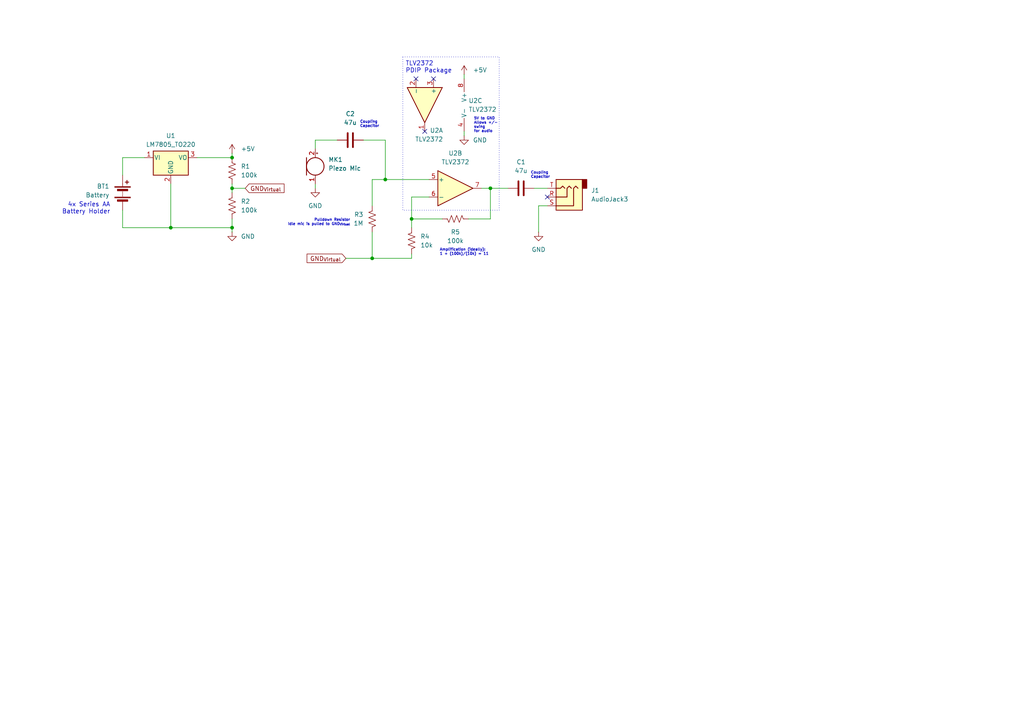
<source format=kicad_sch>
(kicad_sch (version 20250114) (generator "eeschema") (generator_version "9.0")
  (paper "A4")
  (lib_symbols
    (symbol "Amplifier_Operational:TLV2372" (pin_names (offset 0.127))
      (property "Reference" "U" (at 0 5.08 0))
      (property "Value" "TLV2372" (at 0 -5.08 0))
      (symbol "TLV2372_1_1"
        (polyline (pts (xy -5.08 5.08) (xy 5.08 0) (xy -5.08 -5.08) (xy -5.08 5.08)) (stroke (width 0.254)) (fill (type background)))
        (pin input line (at -7.62 2.54 0) (length 2.54) (name "+") (number "3"))
        (pin input line (at -7.62 -2.54 0) (length 2.54) (name "-") (number "2"))
        (pin output line (at 7.62 0 180) (length 2.54) (name "~") (number "1"))
      )
      (symbol "TLV2372_2_1"
        (polyline (pts (xy -5.08 5.08) (xy 5.08 0) (xy -5.08 -5.08) (xy -5.08 5.08)) (stroke (width 0.254)) (fill (type background)))
        (pin input line (at -7.62 2.54 0) (length 2.54) (name "+") (number "5"))
        (pin input line (at -7.62 -2.54 0) (length 2.54) (name "-") (number "6"))
        (pin output line (at 7.62 0 180) (length 2.54) (name "~") (number "7"))
      )
      (symbol "TLV2372_3_1"
        (pin power_in line (at -2.54 7.62 270) (length 3.81) (name "V+") (number "8"))
        (pin power_in line (at -2.54 -7.62 90) (length 3.81) (name "V-") (number "4"))
      )
    )
    (symbol "Connector_Audio:AudioJack3"
      (property "Reference" "J" (at 0 8.89 0))
      (property "Value" "AudioJack3" (at 0 6.35 0))
      (symbol "AudioJack3_0_1"
        (rectangle (start -5.08 -5.08) (end -6.35 -2.54) (stroke (width 0.254)) (fill (type outline)))
        (polyline (pts (xy -1.905 -2.54) (xy -1.27 -3.175) (xy -0.635 -2.54) (xy -0.635 0) (xy 2.54 0)) (stroke (width 0.254)))
        (polyline (pts (xy 0 -2.54) (xy 0.635 -3.175) (xy 1.27 -2.54) (xy 2.54 -2.54)) (stroke (width 0.254)))
        (rectangle (start 2.54 3.81) (end -5.08 -5.08) (stroke (width 0.254)) (fill (type background)))
        (polyline (pts (xy 2.54 2.54) (xy -2.54 2.54) (xy -2.54 -2.54) (xy -3.175 -3.175) (xy -3.81 -2.54)) (stroke (width 0.254)))
      )
      (symbol "AudioJack3_1_1"
        (pin passive line (at 5.08 2.54 180) (length 2.54) (name "~") (number "S"))
        (pin passive line (at 5.08 0 180) (length 2.54) (name "~") (number "R"))
        (pin passive line (at 5.08 -2.54 180) (length 2.54) (name "~") (number "T"))
      )
    )
    (symbol "Device:Battery" (pin_numbers (hide yes)) (pin_names (offset 0) (hide yes))
      (property "Reference" "BT" (at 2.54 2.54 0))
      (property "Value" "Battery" (at 2.54 0 0))
      (symbol "Battery_0_1"
        (rectangle (start -2.286 1.778) (end 2.286 1.524) (fill (type outline)))
        (rectangle (start -2.286 -1.27) (end 2.286 -1.524) (fill (type outline)))
        (rectangle (start -1.524 1.016) (end 1.524 0.508) (fill (type outline)))
        (rectangle (start -1.524 -2.032) (end 1.524 -2.54) (fill (type outline)))
        (polyline (pts (xy 0 1.778) (xy 0 2.54)))
        (polyline (pts (xy 0 0) (xy 0 0.254)))
        (polyline (pts (xy 0 -0.508) (xy 0 -0.254)))
        (polyline (pts (xy 0 -1.016) (xy 0 -0.762)))
        (polyline (pts (xy 0.762 3.048) (xy 1.778 3.048)) (stroke (width 0.254)))
        (polyline (pts (xy 1.27 3.556) (xy 1.27 2.54)) (stroke (width 0.254)))
      )
      (symbol "Battery_1_1"
        (pin passive line (at 0 5.08 270) (length 2.54) (name "+") (number "1"))
        (pin passive line (at 0 -5.08 90) (length 2.54) (name "-") (number "2"))
      )
    )
    (symbol "Device:C" (pin_numbers (hide yes)) (pin_names (offset 0.254))
      (property "Reference" "C" (at 0.635 2.54 0))
      (property "Value" "C" (at 0.635 -2.54 0))
      (symbol "C_0_1"
        (polyline (pts (xy -2.032 0.762) (xy 2.032 0.762)) (stroke (width 0.508)))
        (polyline (pts (xy -2.032 -0.762) (xy 2.032 -0.762)) (stroke (width 0.508)))
      )
      (symbol "C_1_1"
        (pin passive line (at 0 3.81 270) (length 2.794) (name "~") (number "1"))
        (pin passive line (at 0 -3.81 90) (length 2.794) (name "~") (number "2"))
      )
    )
    (symbol "Device:Microphone" (pin_names (offset 0.0254) (hide yes))
      (property "Reference" "MK" (at -3.81 1.27 0))
      (property "Value" "Microphone" (at -3.81 -0.635 0))
      (symbol "Microphone_0_1"
        (polyline (pts (xy -2.54 2.54) (xy -2.54 -2.54)) (stroke (width 0.254)))
        (circle (center 0 0) (radius 2.54) (stroke (width 0.254)))
        (polyline (pts (xy 0.254 3.81) (xy 0.762 3.81)))
        (polyline (pts (xy 0.508 4.064) (xy 0.508 3.556)))
      )
      (symbol "Microphone_1_1"
        (pin passive line (at 0 5.08 270) (length 2.54) (name "+") (number "2"))
        (pin passive line (at 0 -5.08 90) (length 2.54) (name "-") (number "1"))
      )
    )
    (symbol "Device:R_US" (pin_numbers (hide yes)) (pin_names (offset 0))
      (property "Reference" "R" (at 2.54 0 90))
      (property "Value" "R_US" (at -2.54 0 90))
      (symbol "R_US_0_1"
        (polyline (pts (xy 0 2.286) (xy 0 2.54)))
        (polyline (pts (xy 0 2.286) (xy 1.016 1.905) (xy 0 1.524) (xy -1.016 1.143) (xy 0 0.762)))
        (polyline (pts (xy 0 0.762) (xy 1.016 0.381) (xy 0 0) (xy -1.016 -0.381) (xy 0 -0.762)))
        (polyline (pts (xy 0 -0.762) (xy 1.016 -1.143) (xy 0 -1.524) (xy -1.016 -1.905) (xy 0 -2.286)))
        (polyline (pts (xy 0 -2.286) (xy 0 -2.54)))
      )
      (symbol "R_US_1_1"
        (pin passive line (at 0 3.81 270) (length 1.27) (name "~") (number "1"))
        (pin passive line (at 0 -3.81 90) (length 1.27) (name "~") (number "2"))
      )
    )
    (symbol "Regulator_Linear:LM7805_TO220" (pin_names (offset 0.254))
      (property "Reference" "U" (at -3.81 3.175 0))
      (property "Value" "LM7805_TO220" (at 0 3.175 0))
      (symbol "LM7805_TO220_0_1"
        (rectangle (start -5.08 1.905) (end 5.08 -5.08) (stroke (width 0.254)) (fill (type background)))
      )
      (symbol "LM7805_TO220_1_1"
        (pin power_in line (at -7.62 0 0) (length 2.54) (name "VI") (number "1"))
        (pin power_in line (at 0 -7.62 90) (length 2.54) (name "GND") (number "2"))
        (pin power_out line (at 7.62 0 180) (length 2.54) (name "VO") (number "3"))
      )
    )
    (symbol "power:+5V" (power) (pin_numbers (hide yes)) (pin_names (offset 0) (hide yes))
      (property "Value" "+5V" (at 0 3.556 0))
      (symbol "+5V_0_1"
        (polyline (pts (xy -0.762 1.27) (xy 0 2.54)))
        (polyline (pts (xy 0 2.54) (xy 0.762 1.27)))
        (polyline (pts (xy 0 0) (xy 0 2.54)))
      )
      (symbol "+5V_1_1"
        (pin power_in line (at 0 0 90) (length 0) (name "~") (number "1"))
      )
    )
    (symbol "power:GND" (power) (pin_numbers (hide yes)) (pin_names (offset 0) (hide yes))
      (property "Value" "GND" (at 0 -3.81 0))
      (symbol "GND_0_1"
        (polyline (pts (xy 0 0) (xy 0 -1.27) (xy 1.27 -1.27) (xy 0 -2.54) (xy -1.27 -1.27) (xy 0 -1.27)))
      )
      (symbol "GND_1_1"
        (pin power_in line (at 0 0 270) (length 0) (name "~") (number "1"))
      )
    )
  )
  (rectangle (start 116.84 16.51) (end 144.78 60.96) (stroke (width 0) (type dot)))
  (text "4x Series AA\nBattery Holder" (at 32.004 60.452 0) (effects (font (size 1.27 1.27)) (justify right)))
  (text "TLV2372\nPDIP Package" (at 117.602 19.558 0) (effects (font (size 1.27 1.27)) (justify left)))
  (text "Coupling\nCapacitor" (at 153.924 50.8 0) (effects (font (size 0.762 0.762)) (justify left)))
  (text "Pulldown Resistor\nIdle mic is pulled to GND_{Virtual}" (at 101.6 64.516 0) (effects (font (size 0.762 0.762)) (justify right)))
  (text "Coupling\nCapacitor" (at 104.394 36.068 0) (effects (font (size 0.762 0.762)) (justify left)))
  (text "5V to GND\nAllows +/-\nswing\nfor audio" (at 137.414 36.322 0) (effects (font (size 0.762 0.762)) (justify left)))
  (text "Amplification (ideally):\n1 + (100k)/(10k) = 11" (at 127.508 73.152 0) (effects (font (size 0.762 0.762)) (justify left)))
  (junction (at 49.53 66.04))
  (junction (at 142.24 54.61))
  (junction (at 111.76 52.07))
  (junction (at 67.31 45.72))
  (junction (at 119.38 63.5))
  (junction (at 67.31 54.61))
  (junction (at 107.95 74.93))
  (junction (at 67.31 66.04))
  (no_connect (at 120.65 22.86))
  (no_connect (at 158.75 57.15))
  (no_connect (at 123.19 38.1))
  (no_connect (at 125.73 22.86))
  (wire (pts (xy 67.31 44.45) (xy 67.31 45.72)))
  (wire (pts (xy 35.56 45.72) (xy 35.56 50.8)))
  (wire (pts (xy 107.95 52.07) (xy 107.95 59.69)))
  (wire (pts (xy 67.31 66.04) (xy 67.31 67.31)))
  (wire (pts (xy 134.62 21.59) (xy 134.62 22.86)))
  (wire (pts (xy 134.62 38.1) (xy 134.62 39.37)))
  (wire (pts (xy 119.38 63.5) (xy 128.27 63.5)))
  (wire (pts (xy 119.38 74.93) (xy 107.95 74.93)))
  (wire (pts (xy 91.44 53.34) (xy 91.44 54.61)))
  (wire (pts (xy 135.89 63.5) (xy 142.24 63.5)))
  (wire (pts (xy 49.53 66.04) (xy 67.31 66.04)))
  (wire (pts (xy 91.44 43.18) (xy 91.44 40.64)))
  (wire (pts (xy 111.76 52.07) (xy 124.46 52.07)))
  (wire (pts (xy 100.33 74.93) (xy 107.95 74.93)))
  (wire (pts (xy 67.31 54.61) (xy 71.12 54.61)))
  (wire (pts (xy 139.7 54.61) (xy 142.24 54.61)))
  (wire (pts (xy 67.31 45.72) (xy 57.15 45.72)))
  (wire (pts (xy 119.38 73.66) (xy 119.38 74.93)))
  (wire (pts (xy 107.95 67.31) (xy 107.95 74.93)))
  (wire (pts (xy 35.56 45.72) (xy 41.91 45.72)))
  (wire (pts (xy 105.41 40.64) (xy 111.76 40.64)))
  (wire (pts (xy 142.24 63.5) (xy 142.24 54.61)))
  (wire (pts (xy 156.21 59.69) (xy 158.75 59.69)))
  (wire (pts (xy 35.56 66.04) (xy 35.56 60.96)))
  (wire (pts (xy 67.31 53.34) (xy 67.31 54.61)))
  (wire (pts (xy 35.56 66.04) (xy 49.53 66.04)))
  (wire (pts (xy 67.31 54.61) (xy 67.31 55.88)))
  (wire (pts (xy 142.24 54.61) (xy 147.32 54.61)))
  (wire (pts (xy 91.44 40.64) (xy 97.79 40.64)))
  (wire (pts (xy 156.21 67.31) (xy 156.21 59.69)))
  (wire (pts (xy 119.38 57.15) (xy 124.46 57.15)))
  (wire (pts (xy 111.76 40.64) (xy 111.76 52.07)))
  (wire (pts (xy 107.95 52.07) (xy 111.76 52.07)))
  (wire (pts (xy 119.38 63.5) (xy 119.38 66.04)))
  (wire (pts (xy 119.38 63.5) (xy 119.38 57.15)))
  (wire (pts (xy 49.53 53.34) (xy 49.53 66.04)))
  (wire (pts (xy 67.31 66.04) (xy 67.31 63.5)))
  (wire (pts (xy 154.94 54.61) (xy 158.75 54.61)))
  (global_label "GND_{Virtual}" (shape input) (at 100.33 74.93 180) (property "Intersheetrefs" "${INTERSHEET_REFS}" (effects (hide yes))))
  (global_label "GND_{Virtual}" (shape input) (at 71.12 54.61 0) (property "Intersheetrefs" "${INTERSHEET_REFS}" (effects (hide yes))))
  (symbol (lib_id "Amplifier_Operational:TLV2372") (at 123.19 30.48 270) (unit 1)
    (property "Reference" "U2" (at 128.524 37.846 90) (effects (justify right)))
    (property "Value" "TLV2372" (at 128.524 40.386 90) (effects (justify right)))
    (property "Datasheet" "http://www.ti.com/lit/ds/symlink/tlv2375.pdf" (effects (hide yes)))
    (property "Description" "Dual Rail-to-Rail Input/Output Operational Amplifier, DIP-8/SOIC-8/VSSOP-8" (effects (hide yes)))
  )
  (symbol (lib_id "Device:R_US") (at 67.31 59.69 0) (mirror y) (unit 1)
    (property "Reference" "R2" (at 69.85 58.4199 0) (effects (justify right)))
    (property "Value" "100k" (at 69.85 60.9599 0) (effects (justify right)))
    (property "Description" "Resistor, US symbol" (effects (hide yes)))
  )
  (symbol (lib_id "Device:R_US") (at 107.95 63.5 0) (mirror x) (unit 1)
    (property "Reference" "R3" (at 105.41 62.2299 0) (effects (justify right)))
    (property "Value" "1M" (at 105.41 64.7699 0) (effects (justify right)))
    (property "Description" "Resistor, US symbol" (effects (hide yes)))
  )
  (symbol (lib_id "power:GND") (at 67.31 67.31 0) (unit 1)
    (property "Reference" "#PWR02" (effects (hide yes)))
    (property "Value" "GND" (at 69.85 68.5799 0) (effects (justify left)))
    (property "Description" "Power symbol creates a global label with name \"GND\" , ground" (effects (hide yes)))
  )
  (symbol (lib_id "Device:R_US") (at 119.38 69.85 0) (mirror y) (unit 1)
    (property "Reference" "R4" (at 121.92 68.5799 0) (effects (justify right)))
    (property "Value" "10k" (at 121.92 71.1199 0) (effects (justify right)))
    (property "Description" "Resistor, US symbol" (effects (hide yes)))
  )
  (symbol (lib_id "Device:Microphone") (at 91.44 48.26 0) (unit 1)
    (property "Reference" "MK1" (at 95.25 46.2914 0) (effects (justify left)))
    (property "Value" "Piezo Mic" (at 95.25 48.8314 0) (effects (justify left)))
    (property "Description" "Microphone" (effects (hide yes)))
  )
  (symbol (lib_id "power:+5V") (at 67.31 44.45 0) (unit 1)
    (property "Reference" "#PWR01" (effects (hide yes)))
    (property "Value" "+5V" (at 69.85 43.1799 0) (effects (justify left)))
    (property "Description" "Power symbol creates a global label with name \"+5V\"" (effects (hide yes)))
  )
  (symbol (lib_id "Device:C") (at 101.6 40.64 90) (unit 1)
    (property "Reference" "C2" (at 101.6 33.02 90))
    (property "Value" "47u" (at 101.6 35.56 90))
    (property "Description" "Unpolarized capacitor" (effects (hide yes)))
  )
  (symbol (lib_id "power:GND") (at 156.21 67.31 0) (unit 1)
    (property "Reference" "#PWR05" (effects (hide yes)))
    (property "Value" "GND" (at 156.21 72.39 0))
    (property "Description" "Power symbol creates a global label with name \"GND\" , ground" (effects (hide yes)))
  )
  (symbol (lib_id "Amplifier_Operational:TLV2372") (at 132.08 54.61 0) (unit 2)
    (property "Reference" "U2" (at 132.08 44.45 0))
    (property "Value" "TLV2372" (at 132.08 46.99 0))
    (property "Datasheet" "http://www.ti.com/lit/ds/symlink/tlv2375.pdf" (effects (hide yes)))
    (property "Description" "Dual Rail-to-Rail Input/Output Operational Amplifier, DIP-8/SOIC-8/VSSOP-8" (effects (hide yes)))
  )
  (symbol (lib_id "Device:R_US") (at 67.31 49.53 0) (unit 1)
    (property "Reference" "R1" (at 69.85 48.2599 0) (effects (justify left)))
    (property "Value" "100k" (at 69.85 50.7999 0) (effects (justify left)))
    (property "Description" "Resistor, US symbol" (effects (hide yes)))
  )
  (symbol (lib_id "Regulator_Linear:LM7805_TO220") (at 49.53 45.72 0) (unit 1)
    (property "Reference" "U1" (at 49.53 39.37 0))
    (property "Value" "LM7805_TO220" (at 49.53 41.91 0))
    (property "Footprint" "Package_TO_SOT_THT:TO-220-3_Vertical" (effects (hide yes)))
    (property "Datasheet" "https://www.onsemi.cn/PowerSolutions/document/MC7800-D.PDF" (effects (hide yes)))
    (property "Description" "Positive 1A 35V Linear Regulator, Fixed Output 5V, TO-220" (effects (hide yes)))
  )
  (symbol (lib_id "power:GND") (at 134.62 39.37 0) (unit 1)
    (property "Reference" "#PWR04" (effects (hide yes)))
    (property "Value" "GND" (at 137.16 40.6399 0) (effects (justify left)))
    (property "Description" "Power symbol creates a global label with name \"GND\" , ground" (effects (hide yes)))
  )
  (symbol (lib_id "Device:C") (at 151.13 54.61 90) (unit 1)
    (property "Reference" "C1" (at 151.13 46.99 90))
    (property "Value" "47u" (at 151.13 49.53 90))
    (property "Description" "Unpolarized capacitor" (effects (hide yes)))
  )
  (symbol (lib_id "Amplifier_Operational:TLV2372") (at 137.16 30.48 0) (unit 3)
    (property "Reference" "U2" (at 135.89 29.2099 0) (effects (justify left)))
    (property "Value" "TLV2372" (at 135.89 31.7499 0) (effects (justify left)))
    (property "Datasheet" "http://www.ti.com/lit/ds/symlink/tlv2375.pdf" (effects (hide yes)))
    (property "Description" "Dual Rail-to-Rail Input/Output Operational Amplifier, DIP-8/SOIC-8/VSSOP-8" (effects (hide yes)))
  )
  (symbol (lib_id "Connector_Audio:AudioJack3") (at 163.83 57.15 180) (unit 1)
    (property "Reference" "J1" (at 171.45 55.2449 0) (effects (justify right)))
    (property "Value" "AudioJack3" (at 171.45 57.7849 0) (effects (justify right)))
    (property "Description" "Audio Jack, 3 Poles (Stereo / TRS)" (effects (hide yes)))
  )
  (symbol (lib_id "power:+5V") (at 134.62 21.59 0) (mirror y) (unit 1)
    (property "Reference" "#PWR03" (effects (hide yes)))
    (property "Value" "+5V" (at 137.16 20.3199 0) (effects (justify right)))
    (property "Description" "Power symbol creates a global label with name \"+5V\"" (effects (hide yes)))
  )
  (symbol (lib_id "Device:R_US") (at 132.08 63.5 90) (mirror x) (unit 1)
    (property "Reference" "R5" (at 132.08 67.31 90))
    (property "Value" "100k" (at 132.08 69.85 90))
    (property "Description" "Resistor, US symbol" (effects (hide yes)))
  )
  (symbol (lib_id "Device:Battery") (at 35.56 55.88 0) (unit 1)
    (property "Reference" "BT1" (at 31.75 54.0384 0) (effects (justify right)))
    (property "Value" "Battery" (at 31.75 56.5784 0) (effects (justify right)))
    (property "Description" "Multiple-cell battery" (effects (hide yes)))
  )
  (symbol (lib_id "power:GND") (at 91.44 54.61 0) (unit 1)
    (property "Reference" "#PWR06" (effects (hide yes)))
    (property "Value" "GND" (at 91.44 59.69 0))
    (property "Description" "Power symbol creates a global label with name \"GND\" , ground" (effects (hide yes)))
  )
)
</source>
